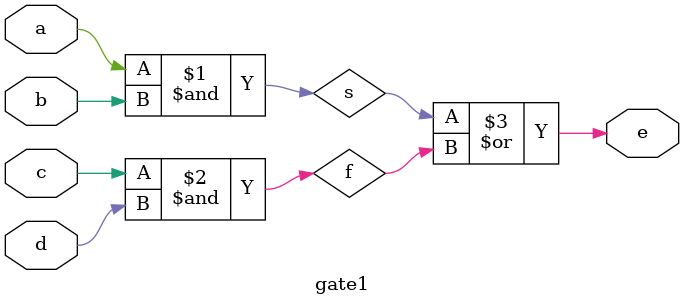
<source format=v>
module gate1 (
    input wire a,
    input wire b,
    input wire c,
    input wire d,

    output wire e,
);
wire s,f;
assign s=(a&b);
assign f=(c&d);
assign e=(s|f);
    
endmodule
</source>
